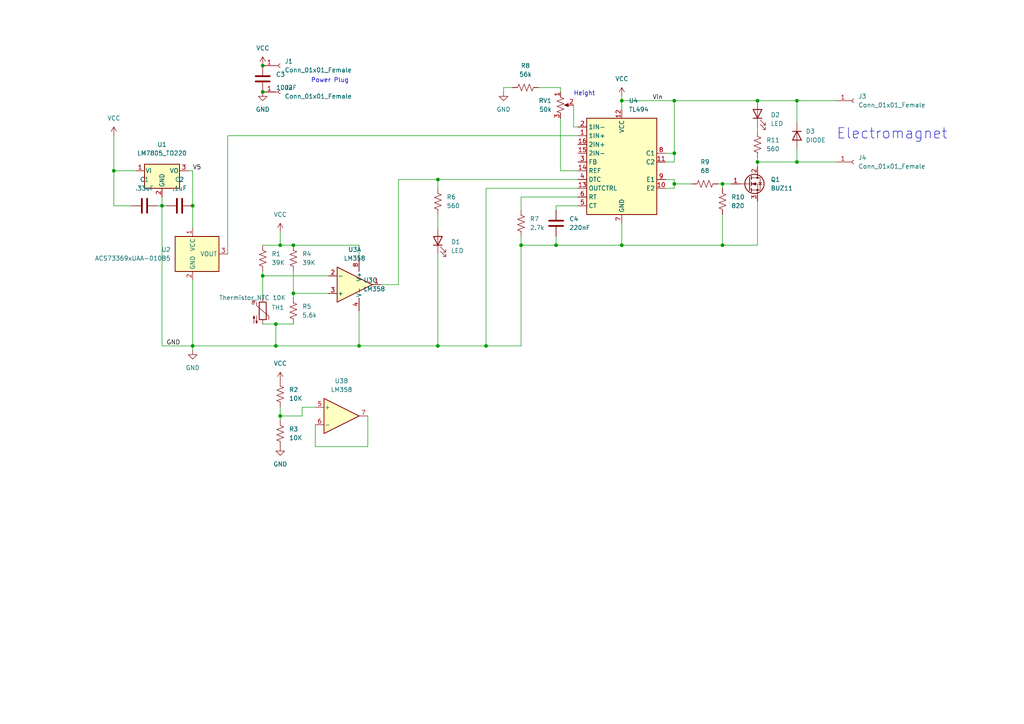
<source format=kicad_sch>
(kicad_sch (version 20211123) (generator eeschema)
  (paper "A4")
  (title_block (title "Magnet Levitator") (date "2022-03-18") (rev "0.2V") (company "Yale University") (comment 1 "Paul Noel"))
  (lib_symbols
    (symbol "Amplifier_Operational:LM358" (pin_names (offset 0.127))
      (property "Reference" "U" (at 0 5.08 0))
      (property "Value" "LM358" (at 0 -5.08 0))
      (symbol "LM358_1_1"
        (polyline (pts (xy -5.08 5.08) (xy 5.08 0) (xy -5.08 -5.08) (xy -5.08 5.08)) (stroke (width 0.254)) (fill (type background)))
        (pin output line (at 7.62 0 180) (length 2.54) (name "~") (number "1"))
        (pin input line (at -7.62 -2.54 0) (length 2.54) (name "-") (number "2"))
        (pin input line (at -7.62 2.54 0) (length 2.54) (name "+") (number "3"))
      )
      (symbol "LM358_2_1"
        (polyline (pts (xy -5.08 5.08) (xy 5.08 0) (xy -5.08 -5.08) (xy -5.08 5.08)) (stroke (width 0.254)) (fill (type background)))
        (pin input line (at -7.62 2.54 0) (length 2.54) (name "+") (number "5"))
        (pin input line (at -7.62 -2.54 0) (length 2.54) (name "-") (number "6"))
        (pin output line (at 7.62 0 180) (length 2.54) (name "~") (number "7"))
      )
      (symbol "LM358_3_1"
        (pin power_in line (at -2.54 -7.62 90) (length 3.81) (name "V-") (number "4"))
        (pin power_in line (at -2.54 7.62 270) (length 3.81) (name "V+") (number "8"))
      )
    )
    (symbol "Connector:Conn_01x01_Female" (pin_names (offset 1.016) hide)
      (property "Reference" "J" (at 0 2.54 0))
      (property "Value" "Conn_01x01_Female" (at 0 -2.54 0))
      (symbol "Conn_01x01_Female_1_1"
        (polyline (pts (xy -1.27 0) (xy -0.508 0)) (stroke (width 0.1524)))
        (arc (start 0 0.508) (mid -0.508 0) (end 0 -0.508) (stroke (width 0.1524)))
        (pin passive line (at -5.08 0 0) (length 3.81) (name "Pin_1") (number "1"))
      )
    )
    (symbol "Device:C" (pin_numbers hide) (pin_names (offset 0.254))
      (property "Reference" "C" (at 0.635 2.54 0))
      (property "Value" "C" (at 0.635 -2.54 0))
      (symbol "C_0_1"
        (polyline (pts (xy -2.032 -0.762) (xy 2.032 -0.762)) (stroke (width 0.508)))
        (polyline (pts (xy -2.032 0.762) (xy 2.032 0.762)) (stroke (width 0.508)))
      )
      (symbol "C_1_1"
        (pin passive line (at 0 3.81 270) (length 2.794) (name "~") (number "1"))
        (pin passive line (at 0 -3.81 90) (length 2.794) (name "~") (number "2"))
      )
    )
    (symbol "Device:LED" (pin_numbers hide) (pin_names (offset 1.016) hide)
      (property "Reference" "D" (at 0 2.54 0))
      (property "Value" "LED" (at 0 -2.54 0))
      (symbol "LED_0_1"
        (polyline (pts (xy -1.27 -1.27) (xy -1.27 1.27)) (stroke (width 0.254)))
        (polyline (pts (xy -1.27 0) (xy 1.27 0)))
        (polyline (pts (xy 1.27 -1.27) (xy 1.27 1.27) (xy -1.27 0) (xy 1.27 -1.27)) (stroke (width 0.254)))
        (polyline (pts (xy -3.048 -0.762) (xy -4.572 -2.286) (xy -3.81 -2.286) (xy -4.572 -2.286) (xy -4.572 -1.524)))
        (polyline (pts (xy -1.778 -0.762) (xy -3.302 -2.286) (xy -2.54 -2.286) (xy -3.302 -2.286) (xy -3.302 -1.524)))
      )
      (symbol "LED_1_1"
        (pin passive line (at -3.81 0 0) (length 2.54) (name "K") (number "1"))
        (pin passive line (at 3.81 0 180) (length 2.54) (name "A") (number "2"))
      )
    )
    (symbol "Device:R_Potentiometer_US" (pin_names (offset 1.016) hide)
      (property "Reference" "RV" (at -4.445 0 90))
      (property "Value" "R_Potentiometer_US" (at -2.54 0 90))
      (symbol "R_Potentiometer_US_0_1"
        (polyline (pts (xy 0 -2.286) (xy 0 -2.54)))
        (polyline (pts (xy 0 2.54) (xy 0 2.286)))
        (polyline (pts (xy 2.54 0) (xy 1.524 0)))
        (polyline (pts (xy 1.143 0) (xy 2.286 0.508) (xy 2.286 -0.508) (xy 1.143 0)) (fill (type outline)))
        (polyline (pts (xy 0 -0.762) (xy 1.016 -1.143) (xy 0 -1.524) (xy -1.016 -1.905) (xy 0 -2.286)))
        (polyline (pts (xy 0 0.762) (xy 1.016 0.381) (xy 0 0) (xy -1.016 -0.381) (xy 0 -0.762)))
        (polyline (pts (xy 0 2.286) (xy 1.016 1.905) (xy 0 1.524) (xy -1.016 1.143) (xy 0 0.762)))
      )
      (symbol "R_Potentiometer_US_1_1"
        (pin passive line (at 0 3.81 270) (length 1.27) (name "1") (number "1"))
        (pin passive line (at 3.81 0 180) (length 1.27) (name "2") (number "2"))
        (pin passive line (at 0 -3.81 90) (length 1.27) (name "3") (number "3"))
      )
    )
    (symbol "Device:R_US" (pin_numbers hide) (pin_names (offset 0))
      (property "Reference" "R" (at 2.54 0 90))
      (property "Value" "R_US" (at -2.54 0 90))
      (symbol "R_US_0_1"
        (polyline (pts (xy 0 -2.286) (xy 0 -2.54)))
        (polyline (pts (xy 0 2.286) (xy 0 2.54)))
        (polyline (pts (xy 0 -0.762) (xy 1.016 -1.143) (xy 0 -1.524) (xy -1.016 -1.905) (xy 0 -2.286)))
        (polyline (pts (xy 0 0.762) (xy 1.016 0.381) (xy 0 0) (xy -1.016 -0.381) (xy 0 -0.762)))
        (polyline (pts (xy 0 2.286) (xy 1.016 1.905) (xy 0 1.524) (xy -1.016 1.143) (xy 0 0.762)))
      )
      (symbol "R_US_1_1"
        (pin passive line (at 0 3.81 270) (length 1.27) (name "~") (number "1"))
        (pin passive line (at 0 -3.81 90) (length 1.27) (name "~") (number "2"))
      )
    )
    (symbol "Device:Thermistor_NTC" (pin_numbers hide) (pin_names (offset 0))
      (property "Reference" "TH" (at -4.445 0 90))
      (property "Value" "Thermistor_NTC" (at 3.175 0 90))
      (symbol "Thermistor_NTC_0_1"
        (arc (start -3.048 2.159) (mid -3.0505 2.3165) (end -3.175 2.413))
        (arc (start -3.048 2.159) (mid -2.9736 1.9794) (end -2.794 1.905))
        (arc (start -3.048 2.794) (mid -2.9736 2.6144) (end -2.794 2.54))
        (arc (start -2.794 1.905) (mid -2.6144 1.9794) (end -2.54 2.159))
        (arc (start -2.794 2.54) (mid -2.434 2.5608) (end -2.159 2.794))
        (arc (start -2.794 3.048) (mid -2.9736 2.9736) (end -3.048 2.794))
        (arc (start -2.54 2.794) (mid -2.6144 2.9736) (end -2.794 3.048))
        (rectangle (start -1.016 2.54) (end 1.016 -2.54) (stroke (width 0.254)))
        (polyline (pts (xy -2.54 2.159) (xy -2.54 2.794)))
        (polyline (pts (xy -1.778 2.54) (xy -1.778 1.524) (xy 1.778 -1.524) (xy 1.778 -2.54)))
        (polyline (pts (xy -2.54 -3.683) (xy -2.54 -1.397) (xy -2.794 -2.159) (xy -2.286 -2.159) (xy -2.54 -1.397) (xy -2.54 -1.651)) (fill (type outline)))
        (polyline (pts (xy -1.778 -1.397) (xy -1.778 -3.683) (xy -2.032 -2.921) (xy -1.524 -2.921) (xy -1.778 -3.683) (xy -1.778 -3.429)) (fill (type outline)))
      )
      (symbol "Thermistor_NTC_1_1"
        (pin passive line (at 0 3.81 270) (length 1.27) (name "~") (number "1"))
        (pin passive line (at 0 -3.81 90) (length 1.27) (name "~") (number "2"))
      )
    )
    (symbol "Diode:1N4007" (pin_numbers hide) (pin_names (offset 1.016) hide)
      (property "Reference" "D" (at 0 2.54 0))
      (property "Value" "1N4007" (at 0 -2.54 0))
      (symbol "1N4007_0_1"
        (polyline (pts (xy -1.27 1.27) (xy -1.27 -1.27)) (stroke (width 0.254)))
        (polyline (pts (xy 1.27 0) (xy -1.27 0)))
        (polyline (pts (xy 1.27 1.27) (xy 1.27 -1.27) (xy -1.27 0) (xy 1.27 1.27)) (stroke (width 0.254)))
      )
      (symbol "1N4007_1_1"
        (pin passive line (at -3.81 0 0) (length 2.54) (name "K") (number "1"))
        (pin passive line (at 3.81 0 180) (length 2.54) (name "A") (number "2"))
      )
    )
    (symbol "Regulator_Controller:TL494"
      (property "Reference" "U" (at 3.81 19.05 0))
      (property "Value" "TL494" (at 3.81 16.51 0))
      (symbol "TL494_0_1"
        (rectangle (start -10.16 -12.7) (end 10.16 15.24) (stroke (width 0.254)) (fill (type background)))
      )
      (symbol "TL494_1_1"
        (pin input line (at -12.7 10.16 0) (length 2.54) (name "1IN+") (number "1"))
        (pin passive line (at 12.7 -5.08 180) (length 2.54) (name "E2") (number "10"))
        (pin passive line (at 12.7 2.54 180) (length 2.54) (name "C2") (number "11"))
        (pin power_in line (at 0 17.78 270) (length 2.54) (name "VCC") (number "12"))
        (pin input line (at -12.7 -5.08 0) (length 2.54) (name "OUTCTRL") (number "13"))
        (pin power_out line (at -12.7 0 0) (length 2.54) (name "REF") (number "14"))
        (pin input line (at -12.7 5.08 0) (length 2.54) (name "2IN-") (number "15"))
        (pin input line (at -12.7 7.62 0) (length 2.54) (name "2IN+") (number "16"))
        (pin input line (at -12.7 12.7 0) (length 2.54) (name "1IN-") (number "2"))
        (pin output line (at -12.7 2.54 0) (length 2.54) (name "FB") (number "3"))
        (pin input line (at -12.7 -2.54 0) (length 2.54) (name "DTC") (number "4"))
        (pin passive line (at -12.7 -10.16 0) (length 2.54) (name "CT") (number "5"))
        (pin passive line (at -12.7 -7.62 0) (length 2.54) (name "RT") (number "6"))
        (pin power_in line (at 0 -15.24 90) (length 2.54) (name "GND") (number "7"))
        (pin passive line (at 12.7 5.08 180) (length 2.54) (name "C1") (number "8"))
        (pin passive line (at 12.7 -2.54 180) (length 2.54) (name "E1") (number "9"))
      )
    )
    (symbol "Regulator_Linear:LM7805_TO220" (pin_names (offset 0.254))
      (property "Reference" "U" (at -3.81 3.175 0))
      (property "Value" "LM7805_TO220" (at 0 3.175 0))
      (symbol "LM7805_TO220_0_1"
        (rectangle (start -5.08 1.905) (end 5.08 -5.08) (stroke (width 0.254)) (fill (type background)))
      )
      (symbol "LM7805_TO220_1_1"
        (pin power_in line (at -7.62 0 0) (length 2.54) (name "VI") (number "1"))
        (pin power_in line (at 0 -7.62 90) (length 2.54) (name "GND") (number "2"))
        (pin power_out line (at 7.62 0 180) (length 2.54) (name "VO") (number "3"))
      )
    )
    (symbol "Sensor_Current:ACS73369xUAA-010B5"
      (property "Reference" "U" (at 8.89 6.35 0))
      (property "Value" "ACS73369xUAA-010B5" (at 8.89 3.81 0))
      (symbol "ACS73369xUAA-010B5_0_1"
        (rectangle (start -5.08 5.08) (end 7.62 -5.08) (stroke (width 0.254)) (fill (type background)))
      )
      (symbol "ACS73369xUAA-010B5_1_1"
        (pin power_in line (at 0 7.62 270) (length 2.54) (name "VCC") (number "1"))
        (pin power_in line (at 0 -7.62 90) (length 2.54) (name "GND") (number "2"))
        (pin output line (at 10.16 0 180) (length 2.54) (name "VOUT") (number "3"))
      )
    )
    (symbol "Transistor_FET:BUZ11" (pin_names hide)
      (property "Reference" "Q" (at 6.35 1.905 0))
      (property "Value" "BUZ11" (at 6.35 0 0))
      (symbol "BUZ11_0_1"
        (polyline (pts (xy 0.254 0) (xy -2.54 0)))
        (polyline (pts (xy 0.254 1.905) (xy 0.254 -1.905)) (stroke (width 0.254)))
        (polyline (pts (xy 0.762 -1.27) (xy 0.762 -2.286)) (stroke (width 0.254)))
        (polyline (pts (xy 0.762 0.508) (xy 0.762 -0.508)) (stroke (width 0.254)))
        (polyline (pts (xy 0.762 2.286) (xy 0.762 1.27)) (stroke (width 0.254)))
        (polyline (pts (xy 2.54 2.54) (xy 2.54 1.778)))
        (polyline (pts (xy 2.54 -2.54) (xy 2.54 0) (xy 0.762 0)))
        (polyline (pts (xy 0.762 -1.778) (xy 3.302 -1.778) (xy 3.302 1.778) (xy 0.762 1.778)))
        (polyline (pts (xy 1.016 0) (xy 2.032 0.381) (xy 2.032 -0.381) (xy 1.016 0)) (fill (type outline)))
        (polyline (pts (xy 2.794 0.508) (xy 2.921 0.381) (xy 3.683 0.381) (xy 3.81 0.254)))
        (polyline (pts (xy 3.302 0.381) (xy 2.921 -0.254) (xy 3.683 -0.254) (xy 3.302 0.381)))
        (circle (center 1.651 0) (radius 2.794) (stroke (width 0.254)))
        (circle (center 2.54 -1.778) (radius 0.254) (fill (type outline)))
        (circle (center 2.54 1.778) (radius 0.254) (fill (type outline)))
      )
      (symbol "BUZ11_1_1"
        (pin input line (at -5.08 0 0) (length 2.54) (name "G") (number "1"))
        (pin passive line (at 2.54 5.08 270) (length 2.54) (name "D") (number "2"))
        (pin passive line (at 2.54 -5.08 90) (length 2.54) (name "S") (number "3"))
      )
    )
    (symbol "power:GND" (power) (pin_names (offset 0))
      (property "Value" "GND" (at 0 -3.81 0))
      (symbol "GND_0_1"
        (polyline (pts (xy 0 0) (xy 0 -1.27) (xy 1.27 -1.27) (xy 0 -2.54) (xy -1.27 -1.27) (xy 0 -1.27)))
      )
      (symbol "GND_1_1"
        (pin power_in line (at 0 0 270) (length 0) hide (name "GND") (number "1"))
      )
    )
    (symbol "power:VCC" (power) (pin_names (offset 0))
      (property "Value" "VCC" (at 0 3.81 0))
      (symbol "VCC_0_1"
        (polyline (pts (xy -0.762 1.27) (xy 0 2.54)))
        (polyline (pts (xy 0 0) (xy 0 2.54)))
        (polyline (pts (xy 0 2.54) (xy 0.762 1.27)))
      )
      (symbol "VCC_1_1"
        (pin power_in line (at 0 0 90) (length 0) hide (name "VCC") (number "1"))
      )
    )
  )
  (junction (at 180.34 29.21))
  (junction (at 209.55 53.34))
  (junction (at 85.09 85.09))
  (junction (at 55.88 59.69))
  (junction (at 180.34 71.12))
  (junction (at 76.2 80.01))
  (junction (at 46.99 59.69))
  (junction (at 151.13 71.12))
  (junction (at 76.2 26.67))
  (junction (at 85.09 71.12))
  (junction (at 76.2 19.05))
  (junction (at 209.55 71.12))
  (junction (at 80.01 100.33))
  (junction (at 81.28 71.12))
  (junction (at 195.58 44.45))
  (junction (at 195.58 53.34))
  (junction (at 195.58 29.21))
  (junction (at 161.29 71.12))
  (junction (at 140.97 100.33))
  (junction (at 33.02 49.53))
  (junction (at 127 52.07))
  (junction (at 55.88 100.33))
  (junction (at 231.14 46.99))
  (junction (at 219.71 46.99))
  (junction (at 127 100.33))
  (junction (at 80.01 93.98))
  (junction (at 231.14 29.21))
  (junction (at 219.71 29.21))
  (junction (at 104.14 100.33))
  (junction (at 81.28 120.65))
  (wire (pts (xy 209.55 53.34) (xy 208.28 53.34)))
  (wire (pts (xy 46.99 59.69) (xy 48.26 59.69)))
  (wire (pts (xy 91.44 123.19) (xy 91.44 129.54)))
  (wire (pts (xy 167.64 39.37) (xy 66.04 39.37)))
  (wire (pts (xy 81.28 120.65) (xy 81.28 121.92)))
  (wire (pts (xy 193.04 46.99) (xy 195.58 46.99)))
  (wire (pts (xy 55.88 49.53) (xy 55.88 59.69)))
  (wire (pts (xy 195.58 46.99) (xy 195.58 44.45)))
  (wire (pts (xy 219.71 46.99) (xy 231.14 46.99)))
  (wire (pts (xy 231.14 46.99) (xy 242.57 46.99)))
  (wire (pts (xy 231.14 29.21) (xy 219.71 29.21)))
  (wire (pts (xy 76.2 78.74) (xy 76.2 80.01)))
  (wire (pts (xy 219.71 46.99) (xy 219.71 48.26)))
  (wire (pts (xy 193.04 52.07) (xy 195.58 52.07)))
  (wire (pts (xy 76.2 80.01) (xy 95.25 80.01)))
  (wire (pts (xy 110.49 82.55) (xy 115.57 82.55)))
  (wire (pts (xy 76.2 80.01) (xy 76.2 86.36)))
  (wire (pts (xy 151.13 71.12) (xy 161.29 71.12)))
  (wire (pts (xy 162.56 25.4) (xy 162.56 26.67)))
  (wire (pts (xy 127 73.66) (xy 127 100.33)))
  (wire (pts (xy 55.88 59.69) (xy 55.88 66.04)))
  (wire (pts (xy 33.02 39.37) (xy 33.02 49.53)))
  (wire (pts (xy 209.55 53.34) (xy 212.09 53.34)))
  (wire (pts (xy 180.34 27.94) (xy 180.34 29.21)))
  (wire (pts (xy 46.99 100.33) (xy 55.88 100.33)))
  (wire (pts (xy 195.58 29.21) (xy 219.71 29.21)))
  (wire (pts (xy 33.02 49.53) (xy 39.37 49.53)))
  (wire (pts (xy 195.58 54.61) (xy 193.04 54.61)))
  (wire (pts (xy 209.55 62.23) (xy 209.55 71.12)))
  (wire (pts (xy 195.58 53.34) (xy 200.66 53.34)))
  (wire (pts (xy 219.71 58.42) (xy 219.71 71.12)))
  (wire (pts (xy 151.13 68.58) (xy 151.13 71.12)))
  (wire (pts (xy 85.09 78.74) (xy 85.09 85.09)))
  (wire (pts (xy 55.88 81.28) (xy 55.88 100.33)))
  (wire (pts (xy 140.97 54.61) (xy 140.97 100.33)))
  (wire (pts (xy 195.58 53.34) (xy 195.58 54.61)))
  (wire (pts (xy 85.09 85.09) (xy 85.09 86.36)))
  (wire (pts (xy 91.44 118.11) (xy 87.63 118.11)))
  (wire (pts (xy 162.56 49.53) (xy 162.56 34.29)))
  (wire (pts (xy 195.58 29.21) (xy 195.58 44.45)))
  (wire (pts (xy 80.01 93.98) (xy 85.09 93.98)))
  (wire (pts (xy 167.64 57.15) (xy 151.13 57.15)))
  (wire (pts (xy 231.14 35.56) (xy 231.14 29.21)))
  (wire (pts (xy 166.37 30.48) (xy 166.37 36.83)))
  (wire (pts (xy 46.99 59.69) (xy 46.99 100.33)))
  (wire (pts (xy 81.28 67.31) (xy 81.28 71.12)))
  (wire (pts (xy 80.01 100.33) (xy 80.01 93.98)))
  (wire (pts (xy 180.34 29.21) (xy 195.58 29.21)))
  (wire (pts (xy 91.44 129.54) (xy 106.68 129.54)))
  (wire (pts (xy 219.71 36.83) (xy 219.71 38.1)))
  (wire (pts (xy 209.55 54.61) (xy 209.55 53.34)))
  (wire (pts (xy 166.37 36.83) (xy 167.64 36.83)))
  (wire (pts (xy 81.28 118.11) (xy 81.28 120.65)))
  (wire (pts (xy 167.64 49.53) (xy 162.56 49.53)))
  (wire (pts (xy 127 52.07) (xy 127 54.61)))
  (wire (pts (xy 161.29 71.12) (xy 161.29 68.58)))
  (wire (pts (xy 46.99 57.15) (xy 46.99 59.69)))
  (wire (pts (xy 76.2 71.12) (xy 81.28 71.12)))
  (wire (pts (xy 104.14 74.93) (xy 104.14 71.12)))
  (wire (pts (xy 151.13 57.15) (xy 151.13 60.96)))
  (wire (pts (xy 146.05 25.4) (xy 146.05 26.67)))
  (wire (pts (xy 148.59 25.4) (xy 146.05 25.4)))
  (wire (pts (xy 127 100.33) (xy 104.14 100.33)))
  (wire (pts (xy 54.61 49.53) (xy 55.88 49.53)))
  (wire (pts (xy 66.04 39.37) (xy 66.04 73.66)))
  (wire (pts (xy 106.68 129.54) (xy 106.68 120.65)))
  (wire (pts (xy 127 100.33) (xy 140.97 100.33)))
  (wire (pts (xy 87.63 118.11) (xy 87.63 120.65)))
  (wire (pts (xy 55.88 100.33) (xy 55.88 101.6)))
  (wire (pts (xy 38.1 59.69) (xy 33.02 59.69)))
  (wire (pts (xy 151.13 100.33) (xy 151.13 71.12)))
  (wire (pts (xy 140.97 100.33) (xy 151.13 100.33)))
  (wire (pts (xy 33.02 59.69) (xy 33.02 49.53)))
  (wire (pts (xy 161.29 60.96) (xy 161.29 59.69)))
  (wire (pts (xy 180.34 64.77) (xy 180.34 71.12)))
  (wire (pts (xy 76.2 93.98) (xy 80.01 93.98)))
  (wire (pts (xy 219.71 45.72) (xy 219.71 46.99)))
  (wire (pts (xy 156.21 25.4) (xy 162.56 25.4)))
  (wire (pts (xy 104.14 90.17) (xy 104.14 100.33)))
  (wire (pts (xy 115.57 82.55) (xy 115.57 52.07)))
  (wire (pts (xy 46.99 59.69) (xy 45.72 59.69)))
  (wire (pts (xy 127 62.23) (xy 127 66.04)))
  (wire (pts (xy 209.55 71.12) (xy 180.34 71.12)))
  (wire (pts (xy 231.14 43.18) (xy 231.14 46.99)))
  (wire (pts (xy 104.14 100.33) (xy 80.01 100.33)))
  (wire (pts (xy 193.04 44.45) (xy 195.58 44.45)))
  (wire (pts (xy 219.71 71.12) (xy 209.55 71.12)))
  (wire (pts (xy 231.14 29.21) (xy 242.57 29.21)))
  (wire (pts (xy 127 52.07) (xy 167.64 52.07)))
  (wire (pts (xy 180.34 29.21) (xy 180.34 31.75)))
  (wire (pts (xy 55.88 100.33) (xy 80.01 100.33)))
  (wire (pts (xy 87.63 120.65) (xy 81.28 120.65)))
  (wire (pts (xy 167.64 54.61) (xy 140.97 54.61)))
  (wire (pts (xy 104.14 71.12) (xy 85.09 71.12)))
  (wire (pts (xy 195.58 52.07) (xy 195.58 53.34)))
  (wire (pts (xy 180.34 71.12) (xy 161.29 71.12)))
  (wire (pts (xy 115.57 52.07) (xy 127 52.07)))
  (wire (pts (xy 161.29 59.69) (xy 167.64 59.69)))
  (wire (pts (xy 95.25 85.09) (xy 85.09 85.09)))
  (wire (pts (xy 81.28 71.12) (xy 85.09 71.12)))
  (text "Height" (at 166.37 27.94 0) (effects (font (size 1.27 1.27)) (justify left bottom)))
  (text "Electromagnet" (at 242.57 40.64 0) (effects (font (size 3 3)) (justify left bottom)))
  (text "Power Plug\n" (at 90.17 24.13 0) (effects (font (size 1.27 1.27)) (justify left bottom)))
  (label "GND" (at 48.26 100.33 0))
  (label "Vin" (at 189.23 29.21 0))
  (label "V5" (at 55.88 49.53 0))
  (symbol (lib_id "Device:C") (at 41.91 59.69 90) (unit 1)
    (property "Reference" "C1" (at 41.91 52.07 90))
    (property "Value" ".33uF" (at 41.91 54.61 90))
    (property "Footprint" "Capacitor_THT:C_Disc_D4.7mm_W2.5mm_P5.00mm" (effects hide))
  )
  (symbol (lib_id "Diode:1N4007") (at 231.14 39.37 270) (unit 1)
    (property "Reference" "D3" (at 233.68 38.0999 90) (effects (justify left)))
    (property "Value" "DIODE" (at 233.68 40.6399 90) (effects (justify left)))
    (property "Footprint" "Diode_THT:D_DO-41_SOD81_P10.16mm_Horizontal" (effects hide))
    (property "Datasheet" "http://www.vishay.com/docs/88503/1n4001.pdf" (effects hide))
  )
  (symbol (lib_id "Device:R_US") (at 151.13 64.77 0) (unit 1)
    (property "Reference" "R7" (at 153.67 63.4999 0) (effects (justify left)))
    (property "Value" "2.7k" (at 153.67 66.0399 0) (effects (justify left)))
    (property "Footprint" "Resistor_THT:R_Axial_DIN0207_L6.3mm_D2.5mm_P10.16mm_Horizontal" (effects hide))
  )
  (symbol (lib_id "Device:C") (at 161.29 64.77 0) (unit 1)
    (property "Reference" "C4" (at 165.1 63.4999 0) (effects (justify left)))
    (property "Value" "220nF" (at 165.1 66.0399 0) (effects (justify left)))
    (property "Footprint" "Capacitor_THT:C_Disc_D4.7mm_W2.5mm_P5.00mm" (effects hide))
  )
  (symbol (lib_id "power:VCC") (at 81.28 110.49 0) (unit 1)
    (property "Reference" "#PWR06" (effects hide))
    (property "Value" "VCC" (at 81.28 105.41 0))
  )
  (symbol (lib_id "Device:R_US") (at 152.4 25.4 90) (unit 1)
    (property "Reference" "R8" (at 152.4 19.05 90))
    (property "Value" "56k" (at 152.4 21.59 90))
    (property "Footprint" "Resistor_THT:R_Axial_DIN0207_L6.3mm_D2.5mm_P10.16mm_Horizontal" (effects hide))
  )
  (symbol (lib_id "Regulator_Controller:TL494") (at 180.34 49.53 0) (unit 1)
    (property "Reference" "U4" (at 182.3594 29.21 0) (effects (justify left)))
    (property "Value" "TL494" (at 182.3594 31.75 0) (effects (justify left)))
    (property "Footprint" "Package_DIP:DIP-16_W7.62mm" (effects hide))
    (property "Datasheet" "http://www.ti.com/lit/ds/symlink/tl494.pdf" (effects hide))
  )
  (symbol (lib_id "Sensor_Current:ACS73369xUAA-010B5") (at 55.88 73.66 0) (unit 1)
    (property "Reference" "U2" (at 49.53 72.3899 0) (effects (justify right)))
    (property "Value" "ACS73369xUAA-010B5" (at 49.53 74.9299 0) (effects (justify right)))
    (property "Footprint" "Sensor_Current:Allegro_SIP-3" (effects hide))
    (property "Datasheet" "http://www.allegromicro.com/~/media/Files/Datasheets/ACS73369-Datasheet.ashx?la=en" (effects hide))
  )
  (symbol (lib_id "Amplifier_Operational:LM358") (at 99.06 120.65 0) (unit 2)
    (property "Reference" "U3" (at 99.06 110.49 0))
    (property "Value" "LM358" (at 99.06 113.03 0))
    (property "Footprint" "Package_DIP:DIP-8_W7.62mm" (effects hide))
    (property "Datasheet" "http://www.ti.com/lit/ds/symlink/lm2904-n.pdf" (effects hide))
  )
  (symbol (lib_id "Transistor_FET:BUZ11") (at 217.17 53.34 0) (unit 1)
    (property "Reference" "Q1" (at 223.52 52.0699 0) (effects (justify left)))
    (property "Value" "BUZ11" (at 223.52 54.6099 0) (effects (justify left)))
    (property "Footprint" "Package_TO_SOT_THT:TO-220-3_Vertical" (effects hide))
    (property "Datasheet" "https://media.digikey.com/pdf/Data%20Sheets/Fairchild%20PDFs/BUZ11.pdf" (effects hide))
  )
  (symbol (lib_id "power:VCC") (at 76.2 19.05 0) (unit 1)
    (property "Reference" "#PWR03" (effects hide))
    (property "Value" "VCC" (at 76.2 13.97 0))
  )
  (symbol (lib_id "Device:R_US") (at 81.28 114.3 0) (unit 1)
    (property "Reference" "R2" (at 83.82 113.0299 0) (effects (justify left)))
    (property "Value" "10K" (at 83.82 115.5699 0) (effects (justify left)))
    (property "Footprint" "Resistor_THT:R_Axial_DIN0207_L6.3mm_D2.5mm_P10.16mm_Horizontal" (effects hide))
  )
  (symbol (lib_id "power:GND") (at 55.88 101.6 0) (unit 1)
    (property "Reference" "#PWR02" (effects hide))
    (property "Value" "GND" (at 55.88 106.68 0))
  )
  (symbol (lib_id "Device:R_US") (at 85.09 90.17 0) (unit 1)
    (property "Reference" "R5" (at 87.63 88.8999 0) (effects (justify left)))
    (property "Value" "5.6k" (at 87.63 91.4399 0) (effects (justify left)))
    (property "Footprint" "Resistor_THT:R_Axial_DIN0207_L6.3mm_D2.5mm_P10.16mm_Horizontal" (effects hide))
  )
  (symbol (lib_id "power:GND") (at 81.28 129.54 0) (unit 1)
    (property "Reference" "#PWR07" (effects hide))
    (property "Value" "GND" (at 81.28 134.62 0))
  )
  (symbol (lib_id "power:GND") (at 146.05 26.67 0) (unit 1)
    (property "Reference" "#PWR08" (effects hide))
    (property "Value" "GND" (at 146.05 31.75 0))
  )
  (symbol (lib_id "Connector:Conn_01x01_Female") (at 81.28 19.05 0) (unit 1)
    (property "Reference" "J1" (at 82.55 17.7799 0) (effects (justify left)))
    (property "Value" "Conn_01x01_Female" (at 82.55 20.3199 0) (effects (justify left)))
    (property "Footprint" "digikey:Test_Point_2.67x1.02mm" (effects hide))
  )
  (symbol (lib_id "Device:R_US") (at 85.09 74.93 0) (unit 1)
    (property "Reference" "R4" (at 87.63 73.6599 0) (effects (justify left)))
    (property "Value" "39K" (at 87.63 76.1999 0) (effects (justify left)))
    (property "Footprint" "Resistor_THT:R_Axial_DIN0207_L6.3mm_D2.5mm_P10.16mm_Horizontal" (effects hide))
  )
  (symbol (lib_id "power:VCC") (at 81.28 67.31 0) (unit 1)
    (property "Reference" "#PWR05" (effects hide))
    (property "Value" "VCC" (at 81.28 62.23 0))
  )
  (symbol (lib_id "Amplifier_Operational:LM358") (at 102.87 82.55 0) (mirror x) (unit 1)
    (property "Reference" "U3" (at 102.87 72.39 0))
    (property "Value" "LM358" (at 102.87 74.93 0))
    (property "Footprint" "Package_DIP:DIP-8_W7.62mm" (effects hide))
    (property "Datasheet" "http://www.ti.com/lit/ds/symlink/lm2904-n.pdf" (effects hide))
  )
  (symbol (lib_id "Connector:Conn_01x01_Female") (at 247.65 29.21 0) (unit 1)
    (property "Reference" "J3" (at 248.92 27.9399 0) (effects (justify left)))
    (property "Value" "Conn_01x01_Female" (at 248.92 30.4799 0) (effects (justify left)))
    (property "Footprint" "Connector_PinHeader_1.00mm:PinHeader_1x01_P1.00mm_Vertical" (effects hide))
  )
  (symbol (lib_id "Device:LED") (at 127 69.85 90) (unit 1)
    (property "Reference" "D1" (at 130.81 70.1674 90) (effects (justify right)))
    (property "Value" "LED" (at 130.81 72.7074 90) (effects (justify right)))
    (property "Footprint" "LED_THT:LED_D5.0mm" (effects hide))
  )
  (symbol (lib_id "Device:R_US") (at 219.71 41.91 0) (unit 1)
    (property "Reference" "R11" (at 222.25 40.6399 0) (effects (justify left)))
    (property "Value" "560" (at 222.25 43.1799 0) (effects (justify left)))
    (property "Footprint" "Resistor_THT:R_Axial_DIN0207_L6.3mm_D2.5mm_P10.16mm_Horizontal" (effects hide))
  )
  (symbol (lib_id "power:GND") (at 76.2 26.67 0) (unit 1)
    (property "Reference" "#PWR04" (effects hide))
    (property "Value" "GND" (at 76.2 31.75 0))
  )
  (symbol (lib_id "power:VCC") (at 33.02 39.37 0) (unit 1)
    (property "Reference" "#PWR01" (effects hide))
    (property "Value" "VCC" (at 33.02 34.29 0))
  )
  (symbol (lib_id "Connector:Conn_01x01_Female") (at 81.28 26.67 0) (unit 1)
    (property "Reference" "J2" (at 82.55 25.3999 0) (effects (justify left)))
    (property "Value" "Conn_01x01_Female" (at 82.55 27.9399 0) (effects (justify left)))
    (property "Footprint" "digikey:Test_Point_2.67x1.02mm" (effects hide))
  )
  (symbol (lib_id "Device:R_US") (at 76.2 74.93 0) (unit 1)
    (property "Reference" "R1" (at 78.74 73.6599 0) (effects (justify left)))
    (property "Value" "39K" (at 78.74 76.1999 0) (effects (justify left)))
    (property "Footprint" "Resistor_THT:R_Axial_DIN0207_L6.3mm_D2.5mm_P10.16mm_Horizontal" (effects hide))
  )
  (symbol (lib_id "Connector:Conn_01x01_Female") (at 247.65 46.99 0) (unit 1)
    (property "Reference" "J4" (at 248.92 45.7199 0) (effects (justify left)))
    (property "Value" "Conn_01x01_Female" (at 248.92 48.2599 0) (effects (justify left)))
    (property "Footprint" "Connector_PinHeader_1.00mm:PinHeader_1x01_P1.00mm_Vertical" (effects hide))
  )
  (symbol (lib_id "Device:LED") (at 219.71 33.02 90) (unit 1)
    (property "Reference" "D2" (at 223.52 33.3374 90) (effects (justify right)))
    (property "Value" "LED" (at 223.52 35.8774 90) (effects (justify right)))
    (property "Footprint" "LED_THT:LED_D5.0mm" (effects hide))
  )
  (symbol (lib_id "Device:R_US") (at 209.55 58.42 0) (unit 1)
    (property "Reference" "R10" (at 212.09 57.1499 0) (effects (justify left)))
    (property "Value" "820" (at 212.09 59.6899 0) (effects (justify left)))
    (property "Footprint" "Resistor_THT:R_Axial_DIN0207_L6.3mm_D2.5mm_P10.16mm_Horizontal" (effects hide))
  )
  (symbol (lib_id "Regulator_Linear:LM7805_TO220") (at 46.99 49.53 0) (unit 1)
    (property "Reference" "U1" (at 46.99 41.91 0))
    (property "Value" "LM7805_TO220" (at 46.99 44.45 0))
    (property "Footprint" "Package_TO_SOT_THT:TO-220-3_Vertical" (effects hide))
    (property "Datasheet" "https://www.onsemi.cn/PowerSolutions/document/MC7800-D.PDF" (effects hide))
  )
  (symbol (lib_id "Device:C") (at 76.2 22.86 0) (unit 1)
    (property "Reference" "C3" (at 80.01 21.5899 0) (effects (justify left)))
    (property "Value" "100uF" (at 80.01 25.3999 0) (effects (justify left)))
    (property "Footprint" "Capacitor_THT:CP_Radial_D10.0mm_P5.00mm" (effects hide))
  )
  (symbol (lib_id "Device:R_US") (at 204.47 53.34 90) (unit 1)
    (property "Reference" "R9" (at 204.47 46.99 90))
    (property "Value" "68" (at 204.47 49.53 90))
    (property "Footprint" "Resistor_THT:R_Axial_DIN0207_L6.3mm_D2.5mm_P10.16mm_Horizontal" (effects hide))
  )
  (symbol (lib_id "Device:R_US") (at 127 58.42 0) (unit 1)
    (property "Reference" "R6" (at 129.54 57.1499 0) (effects (justify left)))
    (property "Value" "560" (at 129.54 59.6899 0) (effects (justify left)))
    (property "Footprint" "Resistor_THT:R_Axial_DIN0207_L6.3mm_D2.5mm_P10.16mm_Horizontal" (effects hide))
  )
  (symbol (lib_id "Device:Thermistor_NTC") (at 76.2 90.17 0) (unit 1)
    (property "Reference" "TH1" (at 78.74 89.2174 0) (effects (justify left)))
    (property "Value" "Thermistor_NTC 10K" (at 63.5 86.36 0) (effects (justify left)))
    (property "Footprint" "Connector_PinHeader_2.54mm:PinHeader_1x02_P2.54mm_Vertical" (effects hide))
  )
  (symbol (lib_id "Device:R_Potentiometer_US") (at 162.56 30.48 0) (unit 1)
    (property "Reference" "RV1" (at 160.02 29.2099 0) (effects (justify right)))
    (property "Value" "50k" (at 160.02 31.7499 0) (effects (justify right)))
    (property "Footprint" "Potentiometer_THT:Potentiometer_ACP_CA9-H5_Horizontal" (effects hide))
  )
  (symbol (lib_id "Device:C") (at 52.07 59.69 90) (unit 1)
    (property "Reference" "C2" (at 52.07 52.07 90))
    (property "Value" ".1uF" (at 52.07 54.61 90))
    (property "Footprint" "Capacitor_THT:C_Disc_D4.7mm_W2.5mm_P5.00mm" (effects hide))
  )
  (symbol (lib_id "power:VCC") (at 180.34 27.94 0) (unit 1)
    (property "Reference" "#PWR09" (effects hide))
    (property "Value" "VCC" (at 180.34 22.86 0))
  )
  (symbol (lib_id "Amplifier_Operational:LM358") (at 106.68 82.55 0) (unit 3)
    (property "Reference" "U3" (at 105.41 81.2799 0) (effects (justify left)))
    (property "Value" "LM358" (at 105.41 83.8199 0) (effects (justify left)))
    (property "Footprint" "Package_DIP:DIP-8_W7.62mm" (effects hide))
    (property "Datasheet" "http://www.ti.com/lit/ds/symlink/lm2904-n.pdf" (effects hide))
  )
  (symbol (lib_id "Device:R_US") (at 81.28 125.73 0) (unit 1)
    (property "Reference" "R3" (at 83.82 124.4599 0) (effects (justify left)))
    (property "Value" "10K" (at 83.82 126.9999 0) (effects (justify left)))
    (property "Footprint" "Resistor_THT:R_Axial_DIN0207_L6.3mm_D2.5mm_P10.16mm_Horizontal" (effects hide))
  )
)
</source>
